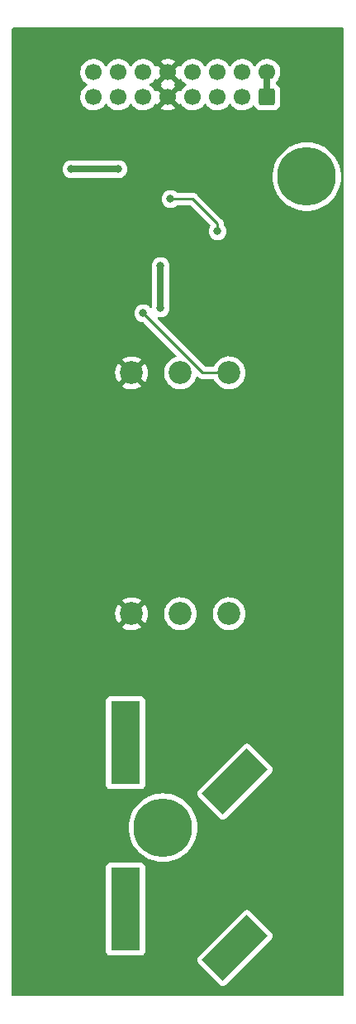
<source format=gbr>
%TF.GenerationSoftware,KiCad,Pcbnew,(6.0.0-0)*%
%TF.CreationDate,2022-11-09T20:37:38-05:00*%
%TF.ProjectId,VCO,56434f2e-6b69-4636-9164-5f7063625858,rev?*%
%TF.SameCoordinates,Original*%
%TF.FileFunction,Copper,L1,Top*%
%TF.FilePolarity,Positive*%
%FSLAX46Y46*%
G04 Gerber Fmt 4.6, Leading zero omitted, Abs format (unit mm)*
G04 Created by KiCad (PCBNEW (6.0.0-0)) date 2022-11-09 20:37:38*
%MOMM*%
%LPD*%
G01*
G04 APERTURE LIST*
G04 Aperture macros list*
%AMRoundRect*
0 Rectangle with rounded corners*
0 $1 Rounding radius*
0 $2 $3 $4 $5 $6 $7 $8 $9 X,Y pos of 4 corners*
0 Add a 4 corners polygon primitive as box body*
4,1,4,$2,$3,$4,$5,$6,$7,$8,$9,$2,$3,0*
0 Add four circle primitives for the rounded corners*
1,1,$1+$1,$2,$3*
1,1,$1+$1,$4,$5*
1,1,$1+$1,$6,$7*
1,1,$1+$1,$8,$9*
0 Add four rect primitives between the rounded corners*
20,1,$1+$1,$2,$3,$4,$5,0*
20,1,$1+$1,$4,$5,$6,$7,0*
20,1,$1+$1,$6,$7,$8,$9,0*
20,1,$1+$1,$8,$9,$2,$3,0*%
%AMRotRect*
0 Rectangle, with rotation*
0 The origin of the aperture is its center*
0 $1 length*
0 $2 width*
0 $3 Rotation angle, in degrees counterclockwise*
0 Add horizontal line*
21,1,$1,$2,0,0,$3*%
G04 Aperture macros list end*
%TA.AperFunction,ComponentPad*%
%ADD10C,2.340000*%
%TD*%
%TA.AperFunction,ComponentPad*%
%ADD11C,0.800000*%
%TD*%
%TA.AperFunction,ComponentPad*%
%ADD12C,6.000000*%
%TD*%
%TA.AperFunction,ComponentPad*%
%ADD13R,3.000000X8.500000*%
%TD*%
%TA.AperFunction,ComponentPad*%
%ADD14RotRect,3.000000X6.500000X315.000000*%
%TD*%
%TA.AperFunction,ComponentPad*%
%ADD15RoundRect,0.250000X0.600000X-0.600000X0.600000X0.600000X-0.600000X0.600000X-0.600000X-0.600000X0*%
%TD*%
%TA.AperFunction,ComponentPad*%
%ADD16C,1.700000*%
%TD*%
%TA.AperFunction,ViaPad*%
%ADD17C,0.800000*%
%TD*%
%TA.AperFunction,Conductor*%
%ADD18C,0.700000*%
%TD*%
%TA.AperFunction,Conductor*%
%ADD19C,0.250000*%
%TD*%
G04 APERTURE END LIST*
D10*
%TO.P,RV1,1,1*%
%TO.N,GND*%
X54276000Y-68574000D03*
%TO.P,RV1,2,2*%
%TO.N,Net-(R2-Pad1)*%
X49276000Y-68574000D03*
%TO.P,RV1,3,3*%
%TO.N,+12V*%
X44276000Y-68574000D03*
%TD*%
D11*
%TO.P,REF\u002A\u002A,1*%
%TO.N,N/C*%
X64480000Y-48514000D03*
X63820990Y-46923010D03*
X62230000Y-46264000D03*
X63820990Y-50104990D03*
X62230000Y-50764000D03*
X59980000Y-48514000D03*
D12*
X62230000Y-48514000D03*
D11*
X60639010Y-46923010D03*
X60639010Y-50104990D03*
%TD*%
D10*
%TO.P,RV2,1,1*%
%TO.N,GND*%
X54276000Y-93212000D03*
%TO.P,RV2,2,2*%
%TO.N,Net-(R3-Pad1)*%
X49276000Y-93212000D03*
%TO.P,RV2,3,3*%
%TO.N,+12V*%
X44276000Y-93212000D03*
%TD*%
D13*
%TO.P,J2,*%
%TO.N,*%
X43651000Y-123415000D03*
D14*
%TO.P,J2,1,Pin_1*%
%TO.N,SQUARE*%
X54861000Y-127397000D03*
%TD*%
D11*
%TO.P,REF\u002A\u002A,1*%
%TO.N,N/C*%
X45907010Y-116688990D03*
X49748000Y-115098000D03*
X47498000Y-112848000D03*
X45248000Y-115098000D03*
X47498000Y-117348000D03*
X49088990Y-116688990D03*
X49088990Y-113507010D03*
X45907010Y-113507010D03*
D12*
X47498000Y-115098000D03*
%TD*%
D13*
%TO.P,J3,*%
%TO.N,*%
X43651000Y-106397000D03*
D14*
%TO.P,J3,1,Pin_1*%
%TO.N,TRIANGLE*%
X54861000Y-110379000D03*
%TD*%
D15*
%TO.P,J1,1,Pin_1*%
%TO.N,-12V*%
X58166000Y-40376500D03*
D16*
%TO.P,J1,2,Pin_2*%
X58166000Y-37836500D03*
%TO.P,J1,3,Pin_3*%
%TO.N,GND*%
X55626000Y-40376500D03*
%TO.P,J1,4,Pin_4*%
X55626000Y-37836500D03*
%TO.P,J1,5,Pin_5*%
X53086000Y-40376500D03*
%TO.P,J1,6,Pin_6*%
X53086000Y-37836500D03*
%TO.P,J1,7,Pin_7*%
X50546000Y-40376500D03*
%TO.P,J1,8,Pin_8*%
X50546000Y-37836500D03*
%TO.P,J1,9,Pin_9*%
%TO.N,+12V*%
X48006000Y-40376500D03*
%TO.P,J1,10,Pin_10*%
X48006000Y-37836500D03*
%TO.P,J1,11,Pin_11*%
%TO.N,unconnected-(J1-Pad11)*%
X45466000Y-40376500D03*
%TO.P,J1,12,Pin_12*%
%TO.N,unconnected-(J1-Pad12)*%
X45466000Y-37836500D03*
%TO.P,J1,13,Pin_13*%
%TO.N,unconnected-(J1-Pad13)*%
X42926000Y-40376500D03*
%TO.P,J1,14,Pin_14*%
%TO.N,unconnected-(J1-Pad14)*%
X42926000Y-37836500D03*
%TO.P,J1,15,Pin_15*%
%TO.N,unconnected-(J1-Pad15)*%
X40386000Y-40376500D03*
%TO.P,J1,16,Pin_16*%
%TO.N,unconnected-(J1-Pad16)*%
X40386000Y-37836500D03*
%TD*%
D17*
%TO.N,GND*%
X45466000Y-62484000D03*
%TO.N,+12V*%
X46990000Y-50800000D03*
X54356000Y-50800000D03*
%TO.N,Net-(C1-Pad2)*%
X53086000Y-54102000D03*
X48260000Y-50800000D03*
%TO.N,TRIANGLE*%
X38100000Y-47752000D03*
X42926000Y-47752000D03*
%TO.N,Net-(R12-Pad2)*%
X47244000Y-57658000D03*
X47244000Y-61976000D03*
%TD*%
D18*
%TO.N,TRIANGLE*%
X42926000Y-47752000D02*
X38100000Y-47752000D01*
D19*
%TO.N,GND*%
X51556000Y-68574000D02*
X54276000Y-68574000D01*
X45466000Y-62484000D02*
X51556000Y-68574000D01*
%TO.N,Net-(C1-Pad2)*%
X48260000Y-50800000D02*
X50546000Y-50800000D01*
X50546000Y-50800000D02*
X53086000Y-53340000D01*
X53086000Y-53340000D02*
X53086000Y-54102000D01*
D18*
%TO.N,-12V*%
X58166000Y-40376500D02*
X58166000Y-37836500D01*
%TO.N,Net-(R12-Pad2)*%
X47244000Y-61976000D02*
X47244000Y-57658000D01*
%TD*%
%TA.AperFunction,Conductor*%
%TO.N,+12V*%
G36*
X65982121Y-33294002D02*
G01*
X66028614Y-33347658D01*
X66040000Y-33400000D01*
X66040000Y-132208000D01*
X66019998Y-132276121D01*
X65966342Y-132322614D01*
X65914000Y-132334000D01*
X32130000Y-132334000D01*
X32061879Y-132313998D01*
X32015386Y-132260342D01*
X32004000Y-132208000D01*
X32004000Y-128634437D01*
X50988514Y-128634437D01*
X51009163Y-128778623D01*
X51069450Y-128911219D01*
X51074397Y-128917372D01*
X51074399Y-128917375D01*
X51095187Y-128943229D01*
X51108643Y-128959965D01*
X53298035Y-131149357D01*
X53300697Y-131151497D01*
X53340625Y-131183601D01*
X53340628Y-131183603D01*
X53346781Y-131188550D01*
X53479377Y-131248837D01*
X53488260Y-131250109D01*
X53488263Y-131250110D01*
X53614674Y-131268213D01*
X53623563Y-131269486D01*
X53632452Y-131268213D01*
X53758863Y-131250110D01*
X53758866Y-131250109D01*
X53767749Y-131248837D01*
X53900345Y-131188550D01*
X53906498Y-131183603D01*
X53906501Y-131183601D01*
X53946429Y-131151497D01*
X53949091Y-131149357D01*
X58613357Y-126485091D01*
X58626813Y-126468355D01*
X58647601Y-126442501D01*
X58647603Y-126442498D01*
X58652550Y-126436345D01*
X58712837Y-126303749D01*
X58733486Y-126159563D01*
X58712837Y-126015377D01*
X58652550Y-125882781D01*
X58647603Y-125876628D01*
X58647601Y-125876625D01*
X58615497Y-125836697D01*
X58613357Y-125834035D01*
X56423965Y-123644643D01*
X56407229Y-123631187D01*
X56381375Y-123610399D01*
X56381372Y-123610397D01*
X56375219Y-123605450D01*
X56242623Y-123545163D01*
X56233740Y-123543891D01*
X56233737Y-123543890D01*
X56107326Y-123525787D01*
X56098437Y-123524514D01*
X56089548Y-123525787D01*
X55963137Y-123543890D01*
X55963134Y-123543891D01*
X55954251Y-123545163D01*
X55821655Y-123605450D01*
X55815502Y-123610397D01*
X55815499Y-123610399D01*
X55789645Y-123631187D01*
X55772909Y-123644643D01*
X51108643Y-128308909D01*
X51106503Y-128311571D01*
X51074399Y-128351499D01*
X51074397Y-128351502D01*
X51069450Y-128357655D01*
X51009163Y-128490251D01*
X50988514Y-128634437D01*
X32004000Y-128634437D01*
X32004000Y-127713134D01*
X41642500Y-127713134D01*
X41649255Y-127775316D01*
X41700385Y-127911705D01*
X41787739Y-128028261D01*
X41904295Y-128115615D01*
X42040684Y-128166745D01*
X42102866Y-128173500D01*
X45199134Y-128173500D01*
X45261316Y-128166745D01*
X45397705Y-128115615D01*
X45514261Y-128028261D01*
X45601615Y-127911705D01*
X45652745Y-127775316D01*
X45659500Y-127713134D01*
X45659500Y-119116866D01*
X45652745Y-119054684D01*
X45601615Y-118918295D01*
X45514261Y-118801739D01*
X45397705Y-118714385D01*
X45261316Y-118663255D01*
X45199134Y-118656500D01*
X42102866Y-118656500D01*
X42040684Y-118663255D01*
X41904295Y-118714385D01*
X41787739Y-118801739D01*
X41700385Y-118918295D01*
X41649255Y-119054684D01*
X41642500Y-119116866D01*
X41642500Y-127713134D01*
X32004000Y-127713134D01*
X32004000Y-115098000D01*
X43984685Y-115098000D01*
X44003931Y-115465241D01*
X44061459Y-115828459D01*
X44156639Y-116183674D01*
X44288427Y-116526994D01*
X44455380Y-116854657D01*
X44655668Y-117163075D01*
X44887098Y-117448867D01*
X45147133Y-117708902D01*
X45432925Y-117940332D01*
X45741342Y-118140620D01*
X45744276Y-118142115D01*
X45744283Y-118142119D01*
X46066066Y-118306075D01*
X46069006Y-118307573D01*
X46412326Y-118439361D01*
X46767541Y-118534541D01*
X46960558Y-118565112D01*
X47127511Y-118591555D01*
X47127519Y-118591556D01*
X47130759Y-118592069D01*
X47498000Y-118611315D01*
X47865241Y-118592069D01*
X47868481Y-118591556D01*
X47868489Y-118591555D01*
X48035442Y-118565112D01*
X48228459Y-118534541D01*
X48583674Y-118439361D01*
X48926994Y-118307573D01*
X48929934Y-118306075D01*
X49251717Y-118142119D01*
X49251724Y-118142115D01*
X49254658Y-118140620D01*
X49563075Y-117940332D01*
X49848867Y-117708902D01*
X50108902Y-117448867D01*
X50340332Y-117163075D01*
X50540620Y-116854657D01*
X50707573Y-116526994D01*
X50839361Y-116183674D01*
X50934541Y-115828459D01*
X50992069Y-115465241D01*
X51011315Y-115098000D01*
X50992069Y-114730759D01*
X50934541Y-114367541D01*
X50839361Y-114012326D01*
X50707573Y-113669006D01*
X50540620Y-113341343D01*
X50340332Y-113032925D01*
X50108902Y-112747133D01*
X49848867Y-112487098D01*
X49563075Y-112255668D01*
X49254658Y-112055380D01*
X49251724Y-112053885D01*
X49251717Y-112053881D01*
X48929934Y-111889925D01*
X48926994Y-111888427D01*
X48583674Y-111756639D01*
X48228459Y-111661459D01*
X48000324Y-111625326D01*
X47944202Y-111616437D01*
X50988514Y-111616437D01*
X51009163Y-111760623D01*
X51069450Y-111893219D01*
X51074397Y-111899372D01*
X51074399Y-111899375D01*
X51095187Y-111925229D01*
X51108643Y-111941965D01*
X53298035Y-114131357D01*
X53300697Y-114133497D01*
X53340625Y-114165601D01*
X53340628Y-114165603D01*
X53346781Y-114170550D01*
X53479377Y-114230837D01*
X53488260Y-114232109D01*
X53488263Y-114232110D01*
X53614674Y-114250213D01*
X53623563Y-114251486D01*
X53632452Y-114250213D01*
X53758863Y-114232110D01*
X53758866Y-114232109D01*
X53767749Y-114230837D01*
X53900345Y-114170550D01*
X53906498Y-114165603D01*
X53906501Y-114165601D01*
X53946429Y-114133497D01*
X53949091Y-114131357D01*
X58613357Y-109467091D01*
X58626813Y-109450355D01*
X58647601Y-109424501D01*
X58647603Y-109424498D01*
X58652550Y-109418345D01*
X58712837Y-109285749D01*
X58733486Y-109141563D01*
X58712837Y-108997377D01*
X58652550Y-108864781D01*
X58647603Y-108858628D01*
X58647601Y-108858625D01*
X58615497Y-108818697D01*
X58613357Y-108816035D01*
X56423965Y-106626643D01*
X56407229Y-106613187D01*
X56381375Y-106592399D01*
X56381372Y-106592397D01*
X56375219Y-106587450D01*
X56242623Y-106527163D01*
X56233740Y-106525891D01*
X56233737Y-106525890D01*
X56107326Y-106507787D01*
X56098437Y-106506514D01*
X56089548Y-106507787D01*
X55963137Y-106525890D01*
X55963134Y-106525891D01*
X55954251Y-106527163D01*
X55821655Y-106587450D01*
X55815502Y-106592397D01*
X55815499Y-106592399D01*
X55789645Y-106613187D01*
X55772909Y-106626643D01*
X51108643Y-111290909D01*
X51106503Y-111293571D01*
X51074399Y-111333499D01*
X51074397Y-111333502D01*
X51069450Y-111339655D01*
X51009163Y-111472251D01*
X50988514Y-111616437D01*
X47944202Y-111616437D01*
X47868489Y-111604445D01*
X47868481Y-111604444D01*
X47865241Y-111603931D01*
X47498000Y-111584685D01*
X47130759Y-111603931D01*
X47127519Y-111604444D01*
X47127511Y-111604445D01*
X46995676Y-111625326D01*
X46767541Y-111661459D01*
X46412326Y-111756639D01*
X46069006Y-111888427D01*
X46066066Y-111889925D01*
X45744284Y-112053881D01*
X45744277Y-112053885D01*
X45741343Y-112055380D01*
X45432925Y-112255668D01*
X45147133Y-112487098D01*
X44887098Y-112747133D01*
X44655668Y-113032925D01*
X44455380Y-113341343D01*
X44288427Y-113669006D01*
X44156639Y-114012326D01*
X44061459Y-114367541D01*
X44003931Y-114730759D01*
X43984685Y-115098000D01*
X32004000Y-115098000D01*
X32004000Y-110695134D01*
X41642500Y-110695134D01*
X41649255Y-110757316D01*
X41700385Y-110893705D01*
X41787739Y-111010261D01*
X41904295Y-111097615D01*
X42040684Y-111148745D01*
X42102866Y-111155500D01*
X45199134Y-111155500D01*
X45261316Y-111148745D01*
X45397705Y-111097615D01*
X45514261Y-111010261D01*
X45601615Y-110893705D01*
X45652745Y-110757316D01*
X45659500Y-110695134D01*
X45659500Y-102098866D01*
X45652745Y-102036684D01*
X45601615Y-101900295D01*
X45514261Y-101783739D01*
X45397705Y-101696385D01*
X45261316Y-101645255D01*
X45199134Y-101638500D01*
X42102866Y-101638500D01*
X42040684Y-101645255D01*
X41904295Y-101696385D01*
X41787739Y-101783739D01*
X41700385Y-101900295D01*
X41649255Y-102036684D01*
X41642500Y-102098866D01*
X41642500Y-110695134D01*
X32004000Y-110695134D01*
X32004000Y-94563895D01*
X43288851Y-94563895D01*
X43297563Y-94575415D01*
X43380529Y-94636249D01*
X43388444Y-94641194D01*
X43600873Y-94752959D01*
X43609447Y-94756687D01*
X43836067Y-94835826D01*
X43845077Y-94838240D01*
X44080923Y-94883017D01*
X44090180Y-94884071D01*
X44330058Y-94893497D01*
X44339372Y-94893171D01*
X44577996Y-94867038D01*
X44587173Y-94865337D01*
X44819312Y-94804220D01*
X44828132Y-94801183D01*
X45048693Y-94706423D01*
X45056965Y-94702116D01*
X45260026Y-94576458D01*
X45266751Y-94566253D01*
X45260688Y-94555899D01*
X44288810Y-93584020D01*
X44274869Y-93576408D01*
X44273034Y-93576539D01*
X44266420Y-93580790D01*
X43295509Y-94551702D01*
X43288851Y-94563895D01*
X32004000Y-94563895D01*
X32004000Y-93172624D01*
X42594096Y-93172624D01*
X42605614Y-93412398D01*
X42606751Y-93421658D01*
X42653581Y-93657095D01*
X42656075Y-93666088D01*
X42737189Y-93892009D01*
X42740989Y-93900544D01*
X42854607Y-94111996D01*
X42859618Y-94119863D01*
X42912609Y-94190826D01*
X42923867Y-94199275D01*
X42936286Y-94192503D01*
X43903980Y-93224810D01*
X43910357Y-93213131D01*
X44640408Y-93213131D01*
X44640539Y-93214966D01*
X44644790Y-93221580D01*
X45618024Y-94194813D01*
X45630404Y-94201573D01*
X45638745Y-94195330D01*
X45752265Y-94018843D01*
X45756708Y-94010659D01*
X45855304Y-93791783D01*
X45858494Y-93783018D01*
X45923654Y-93551981D01*
X45925514Y-93542839D01*
X45956001Y-93303196D01*
X45956482Y-93296909D01*
X45958622Y-93215160D01*
X45958471Y-93208851D01*
X45955431Y-93167939D01*
X47593370Y-93167939D01*
X47593594Y-93172606D01*
X47593594Y-93172611D01*
X47599354Y-93292535D01*
X47605339Y-93417131D01*
X47654010Y-93661818D01*
X47738314Y-93896622D01*
X47856398Y-94116386D01*
X48005668Y-94316283D01*
X48182844Y-94491921D01*
X48186606Y-94494679D01*
X48186609Y-94494682D01*
X48298139Y-94576458D01*
X48384036Y-94639440D01*
X48388171Y-94641616D01*
X48388175Y-94641618D01*
X48503163Y-94702116D01*
X48604823Y-94755602D01*
X48735347Y-94801183D01*
X48834550Y-94835826D01*
X48840354Y-94837853D01*
X48844947Y-94838725D01*
X49080867Y-94883516D01*
X49080870Y-94883516D01*
X49085456Y-94884387D01*
X49210099Y-94889284D01*
X49330075Y-94893999D01*
X49330081Y-94893999D01*
X49334743Y-94894182D01*
X49424181Y-94884387D01*
X49578087Y-94867532D01*
X49578092Y-94867531D01*
X49582740Y-94867022D01*
X49589140Y-94865337D01*
X49819476Y-94804694D01*
X49819478Y-94804693D01*
X49823999Y-94803503D01*
X49829399Y-94801183D01*
X50048924Y-94706868D01*
X50048926Y-94706867D01*
X50053218Y-94705023D01*
X50155679Y-94641618D01*
X50261391Y-94576202D01*
X50261395Y-94576199D01*
X50265364Y-94573743D01*
X50455775Y-94412548D01*
X50537316Y-94319569D01*
X50617187Y-94228494D01*
X50617191Y-94228489D01*
X50620269Y-94224979D01*
X50636803Y-94199275D01*
X50752703Y-94019087D01*
X50755231Y-94015157D01*
X50857697Y-93787691D01*
X50859015Y-93783018D01*
X50924146Y-93552082D01*
X50924147Y-93552079D01*
X50925416Y-93547578D01*
X50956900Y-93300092D01*
X50956984Y-93296909D01*
X50958243Y-93248828D01*
X50959207Y-93212000D01*
X50955933Y-93167939D01*
X52593370Y-93167939D01*
X52593594Y-93172606D01*
X52593594Y-93172611D01*
X52599354Y-93292535D01*
X52605339Y-93417131D01*
X52654010Y-93661818D01*
X52738314Y-93896622D01*
X52856398Y-94116386D01*
X53005668Y-94316283D01*
X53182844Y-94491921D01*
X53186606Y-94494679D01*
X53186609Y-94494682D01*
X53298139Y-94576458D01*
X53384036Y-94639440D01*
X53388171Y-94641616D01*
X53388175Y-94641618D01*
X53503163Y-94702116D01*
X53604823Y-94755602D01*
X53735347Y-94801183D01*
X53834550Y-94835826D01*
X53840354Y-94837853D01*
X53844947Y-94838725D01*
X54080867Y-94883516D01*
X54080870Y-94883516D01*
X54085456Y-94884387D01*
X54210099Y-94889284D01*
X54330075Y-94893999D01*
X54330081Y-94893999D01*
X54334743Y-94894182D01*
X54424181Y-94884387D01*
X54578087Y-94867532D01*
X54578092Y-94867531D01*
X54582740Y-94867022D01*
X54589140Y-94865337D01*
X54819476Y-94804694D01*
X54819478Y-94804693D01*
X54823999Y-94803503D01*
X54829399Y-94801183D01*
X55048924Y-94706868D01*
X55048926Y-94706867D01*
X55053218Y-94705023D01*
X55155679Y-94641618D01*
X55261391Y-94576202D01*
X55261395Y-94576199D01*
X55265364Y-94573743D01*
X55455775Y-94412548D01*
X55537316Y-94319569D01*
X55617187Y-94228494D01*
X55617191Y-94228489D01*
X55620269Y-94224979D01*
X55636803Y-94199275D01*
X55752703Y-94019087D01*
X55755231Y-94015157D01*
X55857697Y-93787691D01*
X55859015Y-93783018D01*
X55924146Y-93552082D01*
X55924147Y-93552079D01*
X55925416Y-93547578D01*
X55956900Y-93300092D01*
X55956984Y-93296909D01*
X55958243Y-93248828D01*
X55959207Y-93212000D01*
X55940718Y-92963206D01*
X55885659Y-92719878D01*
X55871164Y-92682605D01*
X55796931Y-92491714D01*
X55796930Y-92491712D01*
X55795238Y-92487361D01*
X55770494Y-92444067D01*
X55749285Y-92406959D01*
X55671442Y-92270763D01*
X55516990Y-92074842D01*
X55335276Y-91903902D01*
X55134751Y-91764793D01*
X55134130Y-91764362D01*
X55134125Y-91764359D01*
X55130292Y-91761700D01*
X55126110Y-91759637D01*
X55126102Y-91759633D01*
X54910728Y-91653423D01*
X54910725Y-91653422D01*
X54906540Y-91651358D01*
X54668937Y-91575300D01*
X54664330Y-91574550D01*
X54664327Y-91574549D01*
X54427312Y-91535949D01*
X54427313Y-91535949D01*
X54422701Y-91535198D01*
X54301753Y-91533615D01*
X54177920Y-91531994D01*
X54177917Y-91531994D01*
X54173243Y-91531933D01*
X53926042Y-91565575D01*
X53921556Y-91566883D01*
X53921554Y-91566883D01*
X53893576Y-91575038D01*
X53686528Y-91635387D01*
X53682275Y-91637347D01*
X53682274Y-91637348D01*
X53654971Y-91649935D01*
X53459965Y-91739834D01*
X53456056Y-91742397D01*
X53255242Y-91874056D01*
X53255237Y-91874060D01*
X53251329Y-91876622D01*
X53065202Y-92042746D01*
X52905675Y-92234557D01*
X52776252Y-92447840D01*
X52774443Y-92452154D01*
X52774442Y-92452156D01*
X52761290Y-92483521D01*
X52679775Y-92677911D01*
X52678624Y-92682443D01*
X52678623Y-92682446D01*
X52670185Y-92715671D01*
X52618365Y-92919714D01*
X52593370Y-93167939D01*
X50955933Y-93167939D01*
X50940718Y-92963206D01*
X50885659Y-92719878D01*
X50871164Y-92682605D01*
X50796931Y-92491714D01*
X50796930Y-92491712D01*
X50795238Y-92487361D01*
X50770494Y-92444067D01*
X50749285Y-92406959D01*
X50671442Y-92270763D01*
X50516990Y-92074842D01*
X50335276Y-91903902D01*
X50134751Y-91764793D01*
X50134130Y-91764362D01*
X50134125Y-91764359D01*
X50130292Y-91761700D01*
X50126110Y-91759637D01*
X50126102Y-91759633D01*
X49910728Y-91653423D01*
X49910725Y-91653422D01*
X49906540Y-91651358D01*
X49668937Y-91575300D01*
X49664330Y-91574550D01*
X49664327Y-91574549D01*
X49427312Y-91535949D01*
X49427313Y-91535949D01*
X49422701Y-91535198D01*
X49301753Y-91533615D01*
X49177920Y-91531994D01*
X49177917Y-91531994D01*
X49173243Y-91531933D01*
X48926042Y-91565575D01*
X48921556Y-91566883D01*
X48921554Y-91566883D01*
X48893576Y-91575038D01*
X48686528Y-91635387D01*
X48682275Y-91637347D01*
X48682274Y-91637348D01*
X48654971Y-91649935D01*
X48459965Y-91739834D01*
X48456056Y-91742397D01*
X48255242Y-91874056D01*
X48255237Y-91874060D01*
X48251329Y-91876622D01*
X48065202Y-92042746D01*
X47905675Y-92234557D01*
X47776252Y-92447840D01*
X47774443Y-92452154D01*
X47774442Y-92452156D01*
X47761290Y-92483521D01*
X47679775Y-92677911D01*
X47678624Y-92682443D01*
X47678623Y-92682446D01*
X47670185Y-92715671D01*
X47618365Y-92919714D01*
X47593370Y-93167939D01*
X45955431Y-93167939D01*
X45940568Y-92967932D01*
X45939191Y-92958726D01*
X45886210Y-92724582D01*
X45883486Y-92715671D01*
X45796478Y-92491930D01*
X45792467Y-92483521D01*
X45673347Y-92275105D01*
X45668130Y-92267370D01*
X45640425Y-92232227D01*
X45628501Y-92223758D01*
X45616965Y-92230246D01*
X44648020Y-93199190D01*
X44640408Y-93213131D01*
X43910357Y-93213131D01*
X43911592Y-93210869D01*
X43911461Y-93209034D01*
X43907210Y-93202420D01*
X42934131Y-92229342D01*
X42920823Y-92222075D01*
X42910786Y-92229195D01*
X42909076Y-92231251D01*
X42903655Y-92238851D01*
X42779127Y-92444067D01*
X42774889Y-92452384D01*
X42682060Y-92673755D01*
X42679099Y-92682605D01*
X42620011Y-92915264D01*
X42618390Y-92924458D01*
X42594341Y-93163297D01*
X42594096Y-93172624D01*
X32004000Y-93172624D01*
X32004000Y-91858585D01*
X43286999Y-91858585D01*
X43291572Y-91868361D01*
X44263190Y-92839980D01*
X44277131Y-92847592D01*
X44278966Y-92847461D01*
X44285580Y-92843210D01*
X45256929Y-91871860D01*
X45263313Y-91860169D01*
X45253903Y-91848061D01*
X45133873Y-91764793D01*
X45125846Y-91760065D01*
X44910540Y-91653888D01*
X44901907Y-91650400D01*
X44673265Y-91577211D01*
X44664214Y-91575038D01*
X44427269Y-91536449D01*
X44417980Y-91535637D01*
X44177950Y-91532495D01*
X44168638Y-91533065D01*
X43930776Y-91565436D01*
X43921658Y-91567374D01*
X43691203Y-91634546D01*
X43682450Y-91637818D01*
X43464454Y-91738316D01*
X43456299Y-91742836D01*
X43296136Y-91847844D01*
X43286999Y-91858585D01*
X32004000Y-91858585D01*
X32004000Y-69925895D01*
X43288851Y-69925895D01*
X43297563Y-69937415D01*
X43380529Y-69998249D01*
X43388444Y-70003194D01*
X43600873Y-70114959D01*
X43609447Y-70118687D01*
X43836067Y-70197826D01*
X43845077Y-70200240D01*
X44080923Y-70245017D01*
X44090180Y-70246071D01*
X44330058Y-70255497D01*
X44339372Y-70255171D01*
X44577996Y-70229038D01*
X44587173Y-70227337D01*
X44819312Y-70166220D01*
X44828132Y-70163183D01*
X45048693Y-70068423D01*
X45056965Y-70064116D01*
X45260026Y-69938458D01*
X45266751Y-69928253D01*
X45260688Y-69917899D01*
X44288810Y-68946020D01*
X44274869Y-68938408D01*
X44273034Y-68938539D01*
X44266420Y-68942790D01*
X43295509Y-69913702D01*
X43288851Y-69925895D01*
X32004000Y-69925895D01*
X32004000Y-68534624D01*
X42594096Y-68534624D01*
X42605614Y-68774398D01*
X42606751Y-68783658D01*
X42653581Y-69019095D01*
X42656075Y-69028088D01*
X42737189Y-69254009D01*
X42740989Y-69262544D01*
X42854607Y-69473996D01*
X42859618Y-69481863D01*
X42912609Y-69552826D01*
X42923867Y-69561275D01*
X42936286Y-69554503D01*
X43903980Y-68586810D01*
X43910357Y-68575131D01*
X44640408Y-68575131D01*
X44640539Y-68576966D01*
X44644790Y-68583580D01*
X45618024Y-69556813D01*
X45630404Y-69563573D01*
X45638745Y-69557330D01*
X45752265Y-69380843D01*
X45756708Y-69372659D01*
X45855304Y-69153783D01*
X45858494Y-69145018D01*
X45923654Y-68913981D01*
X45925514Y-68904839D01*
X45956001Y-68665196D01*
X45956482Y-68658909D01*
X45958622Y-68577160D01*
X45958471Y-68570851D01*
X45940568Y-68329932D01*
X45939191Y-68320726D01*
X45886210Y-68086582D01*
X45883486Y-68077671D01*
X45796478Y-67853930D01*
X45792467Y-67845521D01*
X45673347Y-67637105D01*
X45668130Y-67629370D01*
X45640425Y-67594227D01*
X45628501Y-67585758D01*
X45616965Y-67592246D01*
X44648020Y-68561190D01*
X44640408Y-68575131D01*
X43910357Y-68575131D01*
X43911592Y-68572869D01*
X43911461Y-68571034D01*
X43907210Y-68564420D01*
X42934131Y-67591342D01*
X42920823Y-67584075D01*
X42910786Y-67591195D01*
X42909076Y-67593251D01*
X42903655Y-67600851D01*
X42779127Y-67806067D01*
X42774889Y-67814384D01*
X42682060Y-68035755D01*
X42679099Y-68044605D01*
X42620011Y-68277264D01*
X42618390Y-68286458D01*
X42594341Y-68525297D01*
X42594096Y-68534624D01*
X32004000Y-68534624D01*
X32004000Y-67220585D01*
X43286999Y-67220585D01*
X43291572Y-67230361D01*
X44263190Y-68201980D01*
X44277131Y-68209592D01*
X44278966Y-68209461D01*
X44285580Y-68205210D01*
X45256929Y-67233860D01*
X45263313Y-67222169D01*
X45253903Y-67210061D01*
X45133873Y-67126793D01*
X45125846Y-67122065D01*
X44910540Y-67015888D01*
X44901907Y-67012400D01*
X44673265Y-66939211D01*
X44664214Y-66937038D01*
X44427269Y-66898449D01*
X44417980Y-66897637D01*
X44177950Y-66894495D01*
X44168638Y-66895065D01*
X43930776Y-66927436D01*
X43921658Y-66929374D01*
X43691203Y-66996546D01*
X43682450Y-66999818D01*
X43464454Y-67100316D01*
X43456299Y-67104836D01*
X43296136Y-67209844D01*
X43286999Y-67220585D01*
X32004000Y-67220585D01*
X32004000Y-62484000D01*
X44552496Y-62484000D01*
X44553186Y-62490565D01*
X44570863Y-62658749D01*
X44572458Y-62673928D01*
X44631473Y-62855556D01*
X44726960Y-63020944D01*
X44854747Y-63162866D01*
X45009248Y-63275118D01*
X45015276Y-63277802D01*
X45015278Y-63277803D01*
X45177681Y-63350109D01*
X45183712Y-63352794D01*
X45277112Y-63372647D01*
X45364056Y-63391128D01*
X45364061Y-63391128D01*
X45370513Y-63392500D01*
X45426406Y-63392500D01*
X45494527Y-63412502D01*
X45515501Y-63429405D01*
X48843392Y-66757296D01*
X48877418Y-66819608D01*
X48872353Y-66890423D01*
X48829806Y-66947259D01*
X48789556Y-66967357D01*
X48686528Y-66997387D01*
X48682275Y-66999347D01*
X48682274Y-66999348D01*
X48654971Y-67011935D01*
X48459965Y-67101834D01*
X48456056Y-67104397D01*
X48255242Y-67236056D01*
X48255237Y-67236060D01*
X48251329Y-67238622D01*
X48065202Y-67404746D01*
X47905675Y-67596557D01*
X47776252Y-67809840D01*
X47774443Y-67814154D01*
X47774442Y-67814156D01*
X47721462Y-67940500D01*
X47679775Y-68039911D01*
X47678624Y-68044443D01*
X47678623Y-68044446D01*
X47670185Y-68077671D01*
X47618365Y-68281714D01*
X47593370Y-68529939D01*
X47593594Y-68534606D01*
X47593594Y-68534611D01*
X47599355Y-68654535D01*
X47605339Y-68779131D01*
X47654010Y-69023818D01*
X47738314Y-69258622D01*
X47856398Y-69478386D01*
X48005668Y-69678283D01*
X48182844Y-69853921D01*
X48186606Y-69856679D01*
X48186609Y-69856682D01*
X48298139Y-69938458D01*
X48384036Y-70001440D01*
X48388171Y-70003616D01*
X48388175Y-70003618D01*
X48503163Y-70064116D01*
X48604823Y-70117602D01*
X48735347Y-70163183D01*
X48834550Y-70197826D01*
X48840354Y-70199853D01*
X48844947Y-70200725D01*
X49080867Y-70245516D01*
X49080870Y-70245516D01*
X49085456Y-70246387D01*
X49210099Y-70251284D01*
X49330075Y-70255999D01*
X49330081Y-70255999D01*
X49334743Y-70256182D01*
X49424181Y-70246387D01*
X49578087Y-70229532D01*
X49578092Y-70229531D01*
X49582740Y-70229022D01*
X49589140Y-70227337D01*
X49819476Y-70166694D01*
X49819478Y-70166693D01*
X49823999Y-70165503D01*
X49829399Y-70163183D01*
X50048924Y-70068868D01*
X50048926Y-70068867D01*
X50053218Y-70067023D01*
X50155679Y-70003618D01*
X50261391Y-69938202D01*
X50261395Y-69938199D01*
X50265364Y-69935743D01*
X50455775Y-69774548D01*
X50537316Y-69681569D01*
X50617187Y-69590494D01*
X50617191Y-69590489D01*
X50620269Y-69586979D01*
X50636803Y-69561275D01*
X50752703Y-69381087D01*
X50755231Y-69377157D01*
X50857697Y-69149691D01*
X50864165Y-69126759D01*
X50882198Y-69062818D01*
X50919940Y-69002684D01*
X50984201Y-68972502D01*
X51054579Y-68981853D01*
X51089718Y-69005169D01*
X51104548Y-69019095D01*
X51113667Y-69027658D01*
X51116509Y-69030413D01*
X51136231Y-69050135D01*
X51139355Y-69052558D01*
X51139359Y-69052562D01*
X51139424Y-69052612D01*
X51148445Y-69060317D01*
X51180679Y-69090586D01*
X51187627Y-69094405D01*
X51187629Y-69094407D01*
X51198432Y-69100346D01*
X51214959Y-69111202D01*
X51224698Y-69118757D01*
X51224700Y-69118758D01*
X51230960Y-69123614D01*
X51271540Y-69141174D01*
X51282188Y-69146391D01*
X51320940Y-69167695D01*
X51328616Y-69169666D01*
X51328619Y-69169667D01*
X51340562Y-69172733D01*
X51359267Y-69179137D01*
X51377855Y-69187181D01*
X51385678Y-69188420D01*
X51385688Y-69188423D01*
X51421524Y-69194099D01*
X51433144Y-69196505D01*
X51468289Y-69205528D01*
X51475970Y-69207500D01*
X51496224Y-69207500D01*
X51515934Y-69209051D01*
X51535943Y-69212220D01*
X51543835Y-69211474D01*
X51579961Y-69208059D01*
X51591819Y-69207500D01*
X52635511Y-69207500D01*
X52703632Y-69227502D01*
X52746502Y-69273861D01*
X52856398Y-69478386D01*
X53005668Y-69678283D01*
X53182844Y-69853921D01*
X53186606Y-69856679D01*
X53186609Y-69856682D01*
X53298139Y-69938458D01*
X53384036Y-70001440D01*
X53388171Y-70003616D01*
X53388175Y-70003618D01*
X53503163Y-70064116D01*
X53604823Y-70117602D01*
X53735347Y-70163183D01*
X53834550Y-70197826D01*
X53840354Y-70199853D01*
X53844947Y-70200725D01*
X54080867Y-70245516D01*
X54080870Y-70245516D01*
X54085456Y-70246387D01*
X54210099Y-70251284D01*
X54330075Y-70255999D01*
X54330081Y-70255999D01*
X54334743Y-70256182D01*
X54424181Y-70246387D01*
X54578087Y-70229532D01*
X54578092Y-70229531D01*
X54582740Y-70229022D01*
X54589140Y-70227337D01*
X54819476Y-70166694D01*
X54819478Y-70166693D01*
X54823999Y-70165503D01*
X54829399Y-70163183D01*
X55048924Y-70068868D01*
X55048926Y-70068867D01*
X55053218Y-70067023D01*
X55155679Y-70003618D01*
X55261391Y-69938202D01*
X55261395Y-69938199D01*
X55265364Y-69935743D01*
X55455775Y-69774548D01*
X55537316Y-69681569D01*
X55617187Y-69590494D01*
X55617191Y-69590489D01*
X55620269Y-69586979D01*
X55636803Y-69561275D01*
X55752703Y-69381087D01*
X55755231Y-69377157D01*
X55857697Y-69149691D01*
X55864165Y-69126759D01*
X55924146Y-68914082D01*
X55924147Y-68914079D01*
X55925416Y-68909578D01*
X55956900Y-68662092D01*
X55956984Y-68658909D01*
X55958243Y-68610828D01*
X55959207Y-68574000D01*
X55940718Y-68325206D01*
X55885659Y-68081878D01*
X55871164Y-68044605D01*
X55796931Y-67853714D01*
X55796930Y-67853712D01*
X55795238Y-67849361D01*
X55770494Y-67806067D01*
X55749285Y-67768959D01*
X55671442Y-67632763D01*
X55516990Y-67436842D01*
X55335276Y-67265902D01*
X55134751Y-67126793D01*
X55134130Y-67126362D01*
X55134125Y-67126359D01*
X55130292Y-67123700D01*
X55126110Y-67121637D01*
X55126102Y-67121633D01*
X54910728Y-67015423D01*
X54910725Y-67015422D01*
X54906540Y-67013358D01*
X54668937Y-66937300D01*
X54664330Y-66936550D01*
X54664327Y-66936549D01*
X54427312Y-66897949D01*
X54427313Y-66897949D01*
X54422701Y-66897198D01*
X54301753Y-66895615D01*
X54177920Y-66893994D01*
X54177917Y-66893994D01*
X54173243Y-66893933D01*
X53926042Y-66927575D01*
X53921556Y-66928883D01*
X53921554Y-66928883D01*
X53893576Y-66937038D01*
X53686528Y-66997387D01*
X53682275Y-66999347D01*
X53682274Y-66999348D01*
X53654971Y-67011935D01*
X53459965Y-67101834D01*
X53456056Y-67104397D01*
X53255242Y-67236056D01*
X53255237Y-67236060D01*
X53251329Y-67238622D01*
X53065202Y-67404746D01*
X52905675Y-67596557D01*
X52881070Y-67637105D01*
X52778680Y-67805839D01*
X52776252Y-67809840D01*
X52774443Y-67814154D01*
X52753866Y-67863225D01*
X52709078Y-67918311D01*
X52637669Y-67940500D01*
X51870594Y-67940500D01*
X51802473Y-67920498D01*
X51781499Y-67903595D01*
X46958963Y-63081058D01*
X46924937Y-63018746D01*
X46930002Y-62947931D01*
X46972549Y-62891095D01*
X47039069Y-62866284D01*
X47074255Y-62868716D01*
X47142056Y-62883128D01*
X47142061Y-62883128D01*
X47148513Y-62884500D01*
X47339487Y-62884500D01*
X47345939Y-62883128D01*
X47345944Y-62883128D01*
X47432887Y-62864647D01*
X47526288Y-62844794D01*
X47532319Y-62842109D01*
X47694722Y-62769803D01*
X47694724Y-62769802D01*
X47700752Y-62767118D01*
X47855253Y-62654866D01*
X47983040Y-62512944D01*
X48078527Y-62347556D01*
X48137542Y-62165928D01*
X48157504Y-61976000D01*
X48149483Y-61899685D01*
X48138233Y-61792642D01*
X48138232Y-61792638D01*
X48137542Y-61786072D01*
X48108667Y-61697205D01*
X48102500Y-61658268D01*
X48102500Y-57975732D01*
X48108667Y-57936795D01*
X48137542Y-57847928D01*
X48157504Y-57658000D01*
X48137542Y-57468072D01*
X48078527Y-57286444D01*
X47983040Y-57121056D01*
X47855253Y-56979134D01*
X47700752Y-56866882D01*
X47694724Y-56864198D01*
X47694722Y-56864197D01*
X47532319Y-56791891D01*
X47532318Y-56791891D01*
X47526288Y-56789206D01*
X47432887Y-56769353D01*
X47345944Y-56750872D01*
X47345939Y-56750872D01*
X47339487Y-56749500D01*
X47148513Y-56749500D01*
X47142061Y-56750872D01*
X47142056Y-56750872D01*
X47055113Y-56769353D01*
X46961712Y-56789206D01*
X46955682Y-56791891D01*
X46955681Y-56791891D01*
X46793278Y-56864197D01*
X46793276Y-56864198D01*
X46787248Y-56866882D01*
X46632747Y-56979134D01*
X46504960Y-57121056D01*
X46409473Y-57286444D01*
X46350458Y-57468072D01*
X46330496Y-57658000D01*
X46350458Y-57847928D01*
X46379333Y-57936795D01*
X46385500Y-57975732D01*
X46385500Y-61658268D01*
X46379333Y-61697205D01*
X46350458Y-61786072D01*
X46349768Y-61792638D01*
X46349767Y-61792642D01*
X46349688Y-61793398D01*
X46349520Y-61793806D01*
X46348395Y-61799099D01*
X46347427Y-61798893D01*
X46322676Y-61859055D01*
X46264455Y-61899685D01*
X46193510Y-61902389D01*
X46130742Y-61864540D01*
X46077253Y-61805134D01*
X45922752Y-61692882D01*
X45916724Y-61690198D01*
X45916722Y-61690197D01*
X45754319Y-61617891D01*
X45754318Y-61617891D01*
X45748288Y-61615206D01*
X45654887Y-61595353D01*
X45567944Y-61576872D01*
X45567939Y-61576872D01*
X45561487Y-61575500D01*
X45370513Y-61575500D01*
X45364061Y-61576872D01*
X45364056Y-61576872D01*
X45277113Y-61595353D01*
X45183712Y-61615206D01*
X45177682Y-61617891D01*
X45177681Y-61617891D01*
X45015278Y-61690197D01*
X45015276Y-61690198D01*
X45009248Y-61692882D01*
X44854747Y-61805134D01*
X44726960Y-61947056D01*
X44631473Y-62112444D01*
X44572458Y-62294072D01*
X44552496Y-62484000D01*
X32004000Y-62484000D01*
X32004000Y-50800000D01*
X47346496Y-50800000D01*
X47366458Y-50989928D01*
X47425473Y-51171556D01*
X47520960Y-51336944D01*
X47525378Y-51341851D01*
X47525379Y-51341852D01*
X47607899Y-51433500D01*
X47648747Y-51478866D01*
X47803248Y-51591118D01*
X47809276Y-51593802D01*
X47809278Y-51593803D01*
X47971681Y-51666109D01*
X47977712Y-51668794D01*
X48071113Y-51688647D01*
X48158056Y-51707128D01*
X48158061Y-51707128D01*
X48164513Y-51708500D01*
X48355487Y-51708500D01*
X48361939Y-51707128D01*
X48361944Y-51707128D01*
X48448888Y-51688647D01*
X48542288Y-51668794D01*
X48548319Y-51666109D01*
X48710722Y-51593803D01*
X48710724Y-51593802D01*
X48716752Y-51591118D01*
X48871253Y-51478866D01*
X48875668Y-51473963D01*
X48880580Y-51469540D01*
X48881705Y-51470789D01*
X48935014Y-51437949D01*
X48968200Y-51433500D01*
X50231406Y-51433500D01*
X50299527Y-51453502D01*
X50320501Y-51470405D01*
X52303555Y-53453459D01*
X52337581Y-53515771D01*
X52332516Y-53586586D01*
X52323582Y-53605549D01*
X52251473Y-53730444D01*
X52192458Y-53912072D01*
X52172496Y-54102000D01*
X52192458Y-54291928D01*
X52251473Y-54473556D01*
X52346960Y-54638944D01*
X52474747Y-54780866D01*
X52629248Y-54893118D01*
X52635276Y-54895802D01*
X52635278Y-54895803D01*
X52797681Y-54968109D01*
X52803712Y-54970794D01*
X52897113Y-54990647D01*
X52984056Y-55009128D01*
X52984061Y-55009128D01*
X52990513Y-55010500D01*
X53181487Y-55010500D01*
X53187939Y-55009128D01*
X53187944Y-55009128D01*
X53274887Y-54990647D01*
X53368288Y-54970794D01*
X53374319Y-54968109D01*
X53536722Y-54895803D01*
X53536724Y-54895802D01*
X53542752Y-54893118D01*
X53697253Y-54780866D01*
X53825040Y-54638944D01*
X53920527Y-54473556D01*
X53979542Y-54291928D01*
X53999504Y-54102000D01*
X53979542Y-53912072D01*
X53920527Y-53730444D01*
X53825040Y-53565056D01*
X53753514Y-53485618D01*
X53722796Y-53421611D01*
X53722068Y-53400079D01*
X53721701Y-53400091D01*
X53719562Y-53332033D01*
X53719500Y-53328075D01*
X53719500Y-53300144D01*
X53718994Y-53296138D01*
X53718061Y-53284292D01*
X53716922Y-53248037D01*
X53716673Y-53240110D01*
X53711022Y-53220658D01*
X53707014Y-53201306D01*
X53705468Y-53189068D01*
X53705467Y-53189066D01*
X53704474Y-53181203D01*
X53688194Y-53140086D01*
X53684359Y-53128885D01*
X53672018Y-53086406D01*
X53667985Y-53079587D01*
X53667983Y-53079582D01*
X53661707Y-53068971D01*
X53653010Y-53051221D01*
X53645552Y-53032383D01*
X53619571Y-52996623D01*
X53613053Y-52986701D01*
X53594578Y-52955460D01*
X53594574Y-52955455D01*
X53590542Y-52948637D01*
X53576218Y-52934313D01*
X53563376Y-52919278D01*
X53551472Y-52902893D01*
X53517406Y-52874711D01*
X53508627Y-52866722D01*
X51049652Y-50407747D01*
X51042112Y-50399461D01*
X51038000Y-50392982D01*
X50988348Y-50346356D01*
X50985507Y-50343602D01*
X50965770Y-50323865D01*
X50962573Y-50321385D01*
X50953551Y-50313680D01*
X50927100Y-50288841D01*
X50921321Y-50283414D01*
X50914375Y-50279595D01*
X50914372Y-50279593D01*
X50903566Y-50273652D01*
X50887047Y-50262801D01*
X50881048Y-50258148D01*
X50871041Y-50250386D01*
X50863772Y-50247241D01*
X50863768Y-50247238D01*
X50830463Y-50232826D01*
X50819813Y-50227609D01*
X50781060Y-50206305D01*
X50761437Y-50201267D01*
X50742734Y-50194863D01*
X50731420Y-50189967D01*
X50731419Y-50189967D01*
X50724145Y-50186819D01*
X50716322Y-50185580D01*
X50716312Y-50185577D01*
X50680476Y-50179901D01*
X50668856Y-50177495D01*
X50633711Y-50168472D01*
X50633710Y-50168472D01*
X50626030Y-50166500D01*
X50605776Y-50166500D01*
X50586065Y-50164949D01*
X50573886Y-50163020D01*
X50566057Y-50161780D01*
X50558165Y-50162526D01*
X50522039Y-50165941D01*
X50510181Y-50166500D01*
X48968200Y-50166500D01*
X48900079Y-50146498D01*
X48880853Y-50130157D01*
X48880580Y-50130460D01*
X48875668Y-50126037D01*
X48871253Y-50121134D01*
X48716752Y-50008882D01*
X48710724Y-50006198D01*
X48710722Y-50006197D01*
X48548319Y-49933891D01*
X48548318Y-49933891D01*
X48542288Y-49931206D01*
X48448888Y-49911353D01*
X48361944Y-49892872D01*
X48361939Y-49892872D01*
X48355487Y-49891500D01*
X48164513Y-49891500D01*
X48158061Y-49892872D01*
X48158056Y-49892872D01*
X48071112Y-49911353D01*
X47977712Y-49931206D01*
X47971682Y-49933891D01*
X47971681Y-49933891D01*
X47809278Y-50006197D01*
X47809276Y-50006198D01*
X47803248Y-50008882D01*
X47648747Y-50121134D01*
X47644326Y-50126044D01*
X47644325Y-50126045D01*
X47535203Y-50247238D01*
X47520960Y-50263056D01*
X47425473Y-50428444D01*
X47366458Y-50610072D01*
X47346496Y-50800000D01*
X32004000Y-50800000D01*
X32004000Y-47752000D01*
X37186496Y-47752000D01*
X37206458Y-47941928D01*
X37265473Y-48123556D01*
X37360960Y-48288944D01*
X37488747Y-48430866D01*
X37643248Y-48543118D01*
X37649276Y-48545802D01*
X37649278Y-48545803D01*
X37811681Y-48618109D01*
X37817712Y-48620794D01*
X37911112Y-48640647D01*
X37998056Y-48659128D01*
X37998061Y-48659128D01*
X38004513Y-48660500D01*
X38195487Y-48660500D01*
X38201939Y-48659128D01*
X38201944Y-48659128D01*
X38375831Y-48622167D01*
X38375836Y-48622166D01*
X38382288Y-48620794D01*
X38388319Y-48618109D01*
X38392756Y-48616667D01*
X38431693Y-48610500D01*
X42594307Y-48610500D01*
X42633244Y-48616667D01*
X42637681Y-48618109D01*
X42643712Y-48620794D01*
X42650164Y-48622166D01*
X42650169Y-48622167D01*
X42824056Y-48659128D01*
X42824061Y-48659128D01*
X42830513Y-48660500D01*
X43021487Y-48660500D01*
X43027939Y-48659128D01*
X43027944Y-48659128D01*
X43114888Y-48640647D01*
X43208288Y-48620794D01*
X43214319Y-48618109D01*
X43376722Y-48545803D01*
X43376724Y-48545802D01*
X43382752Y-48543118D01*
X43422829Y-48514000D01*
X58716685Y-48514000D01*
X58735931Y-48881241D01*
X58793459Y-49244459D01*
X58888639Y-49599674D01*
X59020427Y-49942994D01*
X59021925Y-49945934D01*
X59179526Y-50255242D01*
X59187380Y-50270657D01*
X59189176Y-50273423D01*
X59189178Y-50273426D01*
X59223754Y-50326669D01*
X59387668Y-50579075D01*
X59619098Y-50864867D01*
X59879133Y-51124902D01*
X60164925Y-51356332D01*
X60167700Y-51358134D01*
X60283754Y-51433500D01*
X60473342Y-51556620D01*
X60476276Y-51558115D01*
X60476283Y-51558119D01*
X60798066Y-51722075D01*
X60801006Y-51723573D01*
X61144326Y-51855361D01*
X61499541Y-51950541D01*
X61692558Y-51981112D01*
X61859511Y-52007555D01*
X61859519Y-52007556D01*
X61862759Y-52008069D01*
X62230000Y-52027315D01*
X62597241Y-52008069D01*
X62600481Y-52007556D01*
X62600489Y-52007555D01*
X62767442Y-51981112D01*
X62960459Y-51950541D01*
X63315674Y-51855361D01*
X63658994Y-51723573D01*
X63661934Y-51722075D01*
X63983717Y-51558119D01*
X63983724Y-51558115D01*
X63986658Y-51556620D01*
X64176247Y-51433500D01*
X64292300Y-51358134D01*
X64295075Y-51356332D01*
X64580867Y-51124902D01*
X64840902Y-50864867D01*
X65072332Y-50579075D01*
X65236246Y-50326669D01*
X65270822Y-50273426D01*
X65270824Y-50273423D01*
X65272620Y-50270657D01*
X65280475Y-50255242D01*
X65438075Y-49945934D01*
X65439573Y-49942994D01*
X65571361Y-49599674D01*
X65666541Y-49244459D01*
X65724069Y-48881241D01*
X65743315Y-48514000D01*
X65724069Y-48146759D01*
X65721301Y-48129279D01*
X65691627Y-47941928D01*
X65666541Y-47783541D01*
X65571361Y-47428326D01*
X65555394Y-47386729D01*
X65440757Y-47088091D01*
X65439573Y-47085006D01*
X65376329Y-46960882D01*
X65274119Y-46760284D01*
X65274115Y-46760277D01*
X65272620Y-46757343D01*
X65072332Y-46448925D01*
X64840902Y-46163133D01*
X64580867Y-45903098D01*
X64295075Y-45671668D01*
X63986658Y-45471380D01*
X63983724Y-45469885D01*
X63983717Y-45469881D01*
X63661934Y-45305925D01*
X63658994Y-45304427D01*
X63315674Y-45172639D01*
X62960459Y-45077459D01*
X62767442Y-45046888D01*
X62600489Y-45020445D01*
X62600481Y-45020444D01*
X62597241Y-45019931D01*
X62230000Y-45000685D01*
X61862759Y-45019931D01*
X61859519Y-45020444D01*
X61859511Y-45020445D01*
X61692558Y-45046888D01*
X61499541Y-45077459D01*
X61144326Y-45172639D01*
X60801006Y-45304427D01*
X60798066Y-45305925D01*
X60476284Y-45469881D01*
X60476277Y-45469885D01*
X60473343Y-45471380D01*
X60164925Y-45671668D01*
X59879133Y-45903098D01*
X59619098Y-46163133D01*
X59387668Y-46448925D01*
X59187380Y-46757343D01*
X59185885Y-46760277D01*
X59185881Y-46760284D01*
X59083671Y-46960882D01*
X59020427Y-47085006D01*
X59019243Y-47088091D01*
X58904607Y-47386729D01*
X58888639Y-47428326D01*
X58793459Y-47783541D01*
X58768373Y-47941928D01*
X58738700Y-48129279D01*
X58735931Y-48146759D01*
X58716685Y-48514000D01*
X43422829Y-48514000D01*
X43537253Y-48430866D01*
X43665040Y-48288944D01*
X43760527Y-48123556D01*
X43819542Y-47941928D01*
X43839504Y-47752000D01*
X43819542Y-47562072D01*
X43760527Y-47380444D01*
X43665040Y-47215056D01*
X43545296Y-47082066D01*
X43541675Y-47078045D01*
X43541674Y-47078044D01*
X43537253Y-47073134D01*
X43382752Y-46960882D01*
X43376724Y-46958198D01*
X43376722Y-46958197D01*
X43214319Y-46885891D01*
X43214318Y-46885891D01*
X43208288Y-46883206D01*
X43114887Y-46863353D01*
X43027944Y-46844872D01*
X43027939Y-46844872D01*
X43021487Y-46843500D01*
X42830513Y-46843500D01*
X42824061Y-46844872D01*
X42824056Y-46844872D01*
X42650169Y-46881833D01*
X42650164Y-46881834D01*
X42643712Y-46883206D01*
X42637681Y-46885891D01*
X42633244Y-46887333D01*
X42594307Y-46893500D01*
X38431693Y-46893500D01*
X38392756Y-46887333D01*
X38388319Y-46885891D01*
X38382288Y-46883206D01*
X38375836Y-46881834D01*
X38375831Y-46881833D01*
X38201944Y-46844872D01*
X38201939Y-46844872D01*
X38195487Y-46843500D01*
X38004513Y-46843500D01*
X37998061Y-46844872D01*
X37998056Y-46844872D01*
X37911113Y-46863353D01*
X37817712Y-46883206D01*
X37811682Y-46885891D01*
X37811681Y-46885891D01*
X37649278Y-46958197D01*
X37649276Y-46958198D01*
X37643248Y-46960882D01*
X37488747Y-47073134D01*
X37484326Y-47078044D01*
X37484325Y-47078045D01*
X37480705Y-47082066D01*
X37360960Y-47215056D01*
X37265473Y-47380444D01*
X37206458Y-47562072D01*
X37186496Y-47752000D01*
X32004000Y-47752000D01*
X32004000Y-40343195D01*
X39023251Y-40343195D01*
X39023548Y-40348348D01*
X39023548Y-40348351D01*
X39025910Y-40389312D01*
X39036110Y-40566215D01*
X39037247Y-40571261D01*
X39037248Y-40571267D01*
X39058275Y-40664569D01*
X39085222Y-40784139D01*
X39169266Y-40991116D01*
X39220942Y-41075444D01*
X39283291Y-41177188D01*
X39285987Y-41181588D01*
X39432250Y-41350438D01*
X39604126Y-41493132D01*
X39797000Y-41605838D01*
X40005692Y-41685530D01*
X40010760Y-41686561D01*
X40010763Y-41686562D01*
X40115604Y-41707892D01*
X40224597Y-41730067D01*
X40229772Y-41730257D01*
X40229774Y-41730257D01*
X40442673Y-41738064D01*
X40442677Y-41738064D01*
X40447837Y-41738253D01*
X40452957Y-41737597D01*
X40452959Y-41737597D01*
X40664288Y-41710525D01*
X40664289Y-41710525D01*
X40669416Y-41709868D01*
X40674366Y-41708383D01*
X40878429Y-41647161D01*
X40878434Y-41647159D01*
X40883384Y-41645674D01*
X41083994Y-41547396D01*
X41265860Y-41417673D01*
X41424096Y-41259989D01*
X41483594Y-41177189D01*
X41554453Y-41078577D01*
X41555776Y-41079528D01*
X41602645Y-41036357D01*
X41672580Y-41024125D01*
X41738026Y-41051644D01*
X41765875Y-41083494D01*
X41825987Y-41181588D01*
X41972250Y-41350438D01*
X42144126Y-41493132D01*
X42337000Y-41605838D01*
X42545692Y-41685530D01*
X42550760Y-41686561D01*
X42550763Y-41686562D01*
X42655604Y-41707892D01*
X42764597Y-41730067D01*
X42769772Y-41730257D01*
X42769774Y-41730257D01*
X42982673Y-41738064D01*
X42982677Y-41738064D01*
X42987837Y-41738253D01*
X42992957Y-41737597D01*
X42992959Y-41737597D01*
X43204288Y-41710525D01*
X43204289Y-41710525D01*
X43209416Y-41709868D01*
X43214366Y-41708383D01*
X43418429Y-41647161D01*
X43418434Y-41647159D01*
X43423384Y-41645674D01*
X43623994Y-41547396D01*
X43805860Y-41417673D01*
X43964096Y-41259989D01*
X44023594Y-41177189D01*
X44094453Y-41078577D01*
X44095776Y-41079528D01*
X44142645Y-41036357D01*
X44212580Y-41024125D01*
X44278026Y-41051644D01*
X44305875Y-41083494D01*
X44365987Y-41181588D01*
X44512250Y-41350438D01*
X44684126Y-41493132D01*
X44877000Y-41605838D01*
X45085692Y-41685530D01*
X45090760Y-41686561D01*
X45090763Y-41686562D01*
X45195604Y-41707892D01*
X45304597Y-41730067D01*
X45309772Y-41730257D01*
X45309774Y-41730257D01*
X45522673Y-41738064D01*
X45522677Y-41738064D01*
X45527837Y-41738253D01*
X45532957Y-41737597D01*
X45532959Y-41737597D01*
X45744288Y-41710525D01*
X45744289Y-41710525D01*
X45749416Y-41709868D01*
X45754366Y-41708383D01*
X45958429Y-41647161D01*
X45958434Y-41647159D01*
X45963384Y-41645674D01*
X46163994Y-41547396D01*
X46228544Y-41501353D01*
X47245977Y-41501353D01*
X47251258Y-41508407D01*
X47412756Y-41602779D01*
X47422042Y-41607229D01*
X47621001Y-41683203D01*
X47630899Y-41686079D01*
X47839595Y-41728538D01*
X47849823Y-41729757D01*
X48062650Y-41737562D01*
X48072936Y-41737095D01*
X48284185Y-41710034D01*
X48294262Y-41707892D01*
X48498255Y-41646691D01*
X48507842Y-41642933D01*
X48699098Y-41549238D01*
X48707944Y-41543965D01*
X48755247Y-41510223D01*
X48763648Y-41499523D01*
X48756660Y-41486370D01*
X48018812Y-40748522D01*
X48004868Y-40740908D01*
X48003035Y-40741039D01*
X47996420Y-40745290D01*
X47252737Y-41488973D01*
X47245977Y-41501353D01*
X46228544Y-41501353D01*
X46345860Y-41417673D01*
X46504096Y-41259989D01*
X46563594Y-41177189D01*
X46634453Y-41078577D01*
X46635640Y-41079430D01*
X46682960Y-41035862D01*
X46752897Y-41023645D01*
X46818338Y-41051178D01*
X46846166Y-41083012D01*
X46872459Y-41125919D01*
X46882916Y-41135380D01*
X46891694Y-41131596D01*
X47633978Y-40389312D01*
X47640356Y-40377632D01*
X48370408Y-40377632D01*
X48370539Y-40379465D01*
X48374790Y-40386080D01*
X49116474Y-41127764D01*
X49128484Y-41134323D01*
X49140223Y-41125355D01*
X49174022Y-41078319D01*
X49175277Y-41079221D01*
X49222391Y-41035855D01*
X49292330Y-41023648D01*
X49357767Y-41051191D01*
X49385580Y-41083013D01*
X49443287Y-41177183D01*
X49443291Y-41177188D01*
X49445987Y-41181588D01*
X49592250Y-41350438D01*
X49764126Y-41493132D01*
X49957000Y-41605838D01*
X50165692Y-41685530D01*
X50170760Y-41686561D01*
X50170763Y-41686562D01*
X50275604Y-41707892D01*
X50384597Y-41730067D01*
X50389772Y-41730257D01*
X50389774Y-41730257D01*
X50602673Y-41738064D01*
X50602677Y-41738064D01*
X50607837Y-41738253D01*
X50612957Y-41737597D01*
X50612959Y-41737597D01*
X50824288Y-41710525D01*
X50824289Y-41710525D01*
X50829416Y-41709868D01*
X50834366Y-41708383D01*
X51038429Y-41647161D01*
X51038434Y-41647159D01*
X51043384Y-41645674D01*
X51243994Y-41547396D01*
X51425860Y-41417673D01*
X51584096Y-41259989D01*
X51643594Y-41177189D01*
X51714453Y-41078577D01*
X51715776Y-41079528D01*
X51762645Y-41036357D01*
X51832580Y-41024125D01*
X51898026Y-41051644D01*
X51925875Y-41083494D01*
X51985987Y-41181588D01*
X52132250Y-41350438D01*
X52304126Y-41493132D01*
X52497000Y-41605838D01*
X52705692Y-41685530D01*
X52710760Y-41686561D01*
X52710763Y-41686562D01*
X52815604Y-41707892D01*
X52924597Y-41730067D01*
X52929772Y-41730257D01*
X52929774Y-41730257D01*
X53142673Y-41738064D01*
X53142677Y-41738064D01*
X53147837Y-41738253D01*
X53152957Y-41737597D01*
X53152959Y-41737597D01*
X53364288Y-41710525D01*
X53364289Y-41710525D01*
X53369416Y-41709868D01*
X53374366Y-41708383D01*
X53578429Y-41647161D01*
X53578434Y-41647159D01*
X53583384Y-41645674D01*
X53783994Y-41547396D01*
X53965860Y-41417673D01*
X54124096Y-41259989D01*
X54183594Y-41177189D01*
X54254453Y-41078577D01*
X54255776Y-41079528D01*
X54302645Y-41036357D01*
X54372580Y-41024125D01*
X54438026Y-41051644D01*
X54465875Y-41083494D01*
X54525987Y-41181588D01*
X54672250Y-41350438D01*
X54844126Y-41493132D01*
X55037000Y-41605838D01*
X55245692Y-41685530D01*
X55250760Y-41686561D01*
X55250763Y-41686562D01*
X55355604Y-41707892D01*
X55464597Y-41730067D01*
X55469772Y-41730257D01*
X55469774Y-41730257D01*
X55682673Y-41738064D01*
X55682677Y-41738064D01*
X55687837Y-41738253D01*
X55692957Y-41737597D01*
X55692959Y-41737597D01*
X55904288Y-41710525D01*
X55904289Y-41710525D01*
X55909416Y-41709868D01*
X55914366Y-41708383D01*
X56118429Y-41647161D01*
X56118434Y-41647159D01*
X56123384Y-41645674D01*
X56323994Y-41547396D01*
X56505860Y-41417673D01*
X56664096Y-41259989D01*
X56664671Y-41260566D01*
X56720391Y-41224062D01*
X56791385Y-41223439D01*
X56851446Y-41261296D01*
X56871051Y-41291191D01*
X56872133Y-41293500D01*
X56874450Y-41300446D01*
X56967522Y-41450848D01*
X57092697Y-41575805D01*
X57098927Y-41579645D01*
X57098928Y-41579646D01*
X57236090Y-41664194D01*
X57243262Y-41668615D01*
X57295915Y-41686079D01*
X57404611Y-41722132D01*
X57404613Y-41722132D01*
X57411139Y-41724297D01*
X57417975Y-41724997D01*
X57417978Y-41724998D01*
X57452531Y-41728538D01*
X57515600Y-41735000D01*
X58816400Y-41735000D01*
X58819646Y-41734663D01*
X58819650Y-41734663D01*
X58915308Y-41724738D01*
X58915312Y-41724737D01*
X58922166Y-41724026D01*
X58928702Y-41721845D01*
X58928704Y-41721845D01*
X59060806Y-41677772D01*
X59089946Y-41668050D01*
X59240348Y-41574978D01*
X59365305Y-41449803D01*
X59387357Y-41414029D01*
X59454275Y-41305468D01*
X59454276Y-41305466D01*
X59458115Y-41299238D01*
X59513797Y-41131361D01*
X59524500Y-41026900D01*
X59524500Y-39726100D01*
X59524163Y-39722850D01*
X59514238Y-39627192D01*
X59514237Y-39627188D01*
X59513526Y-39620334D01*
X59479598Y-39518638D01*
X59459868Y-39459502D01*
X59457550Y-39452554D01*
X59364478Y-39302152D01*
X59239303Y-39177195D01*
X59224166Y-39167864D01*
X59088738Y-39084385D01*
X59089774Y-39082705D01*
X59043969Y-39042379D01*
X59024500Y-38975095D01*
X59024500Y-38951279D01*
X59044502Y-38883158D01*
X59061560Y-38862028D01*
X59200435Y-38723637D01*
X59204096Y-38719989D01*
X59263594Y-38637189D01*
X59331435Y-38542777D01*
X59334453Y-38538577D01*
X59347995Y-38511178D01*
X59431136Y-38342953D01*
X59431137Y-38342951D01*
X59433430Y-38338311D01*
X59498370Y-38124569D01*
X59527529Y-37903090D01*
X59529156Y-37836500D01*
X59510852Y-37613861D01*
X59456431Y-37397202D01*
X59367354Y-37192340D01*
X59246014Y-37004777D01*
X59095670Y-36839551D01*
X59091619Y-36836352D01*
X59091615Y-36836348D01*
X58924414Y-36704300D01*
X58924410Y-36704298D01*
X58920359Y-36701098D01*
X58724789Y-36593138D01*
X58719920Y-36591414D01*
X58719916Y-36591412D01*
X58519087Y-36520295D01*
X58519083Y-36520294D01*
X58514212Y-36518569D01*
X58509119Y-36517662D01*
X58509116Y-36517661D01*
X58299373Y-36480300D01*
X58299367Y-36480299D01*
X58294284Y-36479394D01*
X58220452Y-36478492D01*
X58076081Y-36476728D01*
X58076079Y-36476728D01*
X58070911Y-36476665D01*
X57850091Y-36510455D01*
X57637756Y-36579857D01*
X57439607Y-36683007D01*
X57435474Y-36686110D01*
X57435471Y-36686112D01*
X57265100Y-36814030D01*
X57260965Y-36817135D01*
X57106629Y-36978638D01*
X56999201Y-37136121D01*
X56944293Y-37181121D01*
X56873768Y-37189292D01*
X56810021Y-37158038D01*
X56789324Y-37133554D01*
X56708822Y-37009117D01*
X56708820Y-37009114D01*
X56706014Y-37004777D01*
X56555670Y-36839551D01*
X56551619Y-36836352D01*
X56551615Y-36836348D01*
X56384414Y-36704300D01*
X56384410Y-36704298D01*
X56380359Y-36701098D01*
X56184789Y-36593138D01*
X56179920Y-36591414D01*
X56179916Y-36591412D01*
X55979087Y-36520295D01*
X55979083Y-36520294D01*
X55974212Y-36518569D01*
X55969119Y-36517662D01*
X55969116Y-36517661D01*
X55759373Y-36480300D01*
X55759367Y-36480299D01*
X55754284Y-36479394D01*
X55680452Y-36478492D01*
X55536081Y-36476728D01*
X55536079Y-36476728D01*
X55530911Y-36476665D01*
X55310091Y-36510455D01*
X55097756Y-36579857D01*
X54899607Y-36683007D01*
X54895474Y-36686110D01*
X54895471Y-36686112D01*
X54725100Y-36814030D01*
X54720965Y-36817135D01*
X54566629Y-36978638D01*
X54459201Y-37136121D01*
X54404293Y-37181121D01*
X54333768Y-37189292D01*
X54270021Y-37158038D01*
X54249324Y-37133554D01*
X54168822Y-37009117D01*
X54168820Y-37009114D01*
X54166014Y-37004777D01*
X54015670Y-36839551D01*
X54011619Y-36836352D01*
X54011615Y-36836348D01*
X53844414Y-36704300D01*
X53844410Y-36704298D01*
X53840359Y-36701098D01*
X53644789Y-36593138D01*
X53639920Y-36591414D01*
X53639916Y-36591412D01*
X53439087Y-36520295D01*
X53439083Y-36520294D01*
X53434212Y-36518569D01*
X53429119Y-36517662D01*
X53429116Y-36517661D01*
X53219373Y-36480300D01*
X53219367Y-36480299D01*
X53214284Y-36479394D01*
X53140452Y-36478492D01*
X52996081Y-36476728D01*
X52996079Y-36476728D01*
X52990911Y-36476665D01*
X52770091Y-36510455D01*
X52557756Y-36579857D01*
X52359607Y-36683007D01*
X52355474Y-36686110D01*
X52355471Y-36686112D01*
X52185100Y-36814030D01*
X52180965Y-36817135D01*
X52026629Y-36978638D01*
X51919201Y-37136121D01*
X51864293Y-37181121D01*
X51793768Y-37189292D01*
X51730021Y-37158038D01*
X51709324Y-37133554D01*
X51628822Y-37009117D01*
X51628820Y-37009114D01*
X51626014Y-37004777D01*
X51475670Y-36839551D01*
X51471619Y-36836352D01*
X51471615Y-36836348D01*
X51304414Y-36704300D01*
X51304410Y-36704298D01*
X51300359Y-36701098D01*
X51104789Y-36593138D01*
X51099920Y-36591414D01*
X51099916Y-36591412D01*
X50899087Y-36520295D01*
X50899083Y-36520294D01*
X50894212Y-36518569D01*
X50889119Y-36517662D01*
X50889116Y-36517661D01*
X50679373Y-36480300D01*
X50679367Y-36480299D01*
X50674284Y-36479394D01*
X50600452Y-36478492D01*
X50456081Y-36476728D01*
X50456079Y-36476728D01*
X50450911Y-36476665D01*
X50230091Y-36510455D01*
X50017756Y-36579857D01*
X49819607Y-36683007D01*
X49815474Y-36686110D01*
X49815471Y-36686112D01*
X49645100Y-36814030D01*
X49640965Y-36817135D01*
X49486629Y-36978638D01*
X49379204Y-37136118D01*
X49378898Y-37136566D01*
X49323987Y-37181569D01*
X49253462Y-37189740D01*
X49189715Y-37158486D01*
X49169017Y-37134001D01*
X49139062Y-37087697D01*
X49128377Y-37078495D01*
X49118812Y-37082898D01*
X48378022Y-37823688D01*
X48370408Y-37837632D01*
X48370539Y-37839465D01*
X48374790Y-37846080D01*
X49116474Y-38587764D01*
X49128484Y-38594323D01*
X49140223Y-38585355D01*
X49174022Y-38538319D01*
X49175277Y-38539221D01*
X49222391Y-38495855D01*
X49292330Y-38483648D01*
X49357767Y-38511191D01*
X49385580Y-38543013D01*
X49443287Y-38637183D01*
X49443291Y-38637188D01*
X49445987Y-38641588D01*
X49592250Y-38810438D01*
X49764126Y-38953132D01*
X49801742Y-38975113D01*
X49837445Y-38995976D01*
X49886169Y-39047614D01*
X49899240Y-39117397D01*
X49872509Y-39183169D01*
X49832055Y-39216527D01*
X49819607Y-39223007D01*
X49815474Y-39226110D01*
X49815471Y-39226112D01*
X49645100Y-39354030D01*
X49640965Y-39357135D01*
X49486629Y-39518638D01*
X49379204Y-39676118D01*
X49378898Y-39676566D01*
X49323987Y-39721569D01*
X49253462Y-39729740D01*
X49189715Y-39698486D01*
X49169017Y-39674001D01*
X49139062Y-39627697D01*
X49128377Y-39618495D01*
X49118812Y-39622898D01*
X48378022Y-40363688D01*
X48370408Y-40377632D01*
X47640356Y-40377632D01*
X47641592Y-40375368D01*
X47641461Y-40373535D01*
X47637210Y-40366920D01*
X46895849Y-39625559D01*
X46884313Y-39619259D01*
X46872031Y-39628882D01*
X46839499Y-39676572D01*
X46784587Y-39721575D01*
X46714063Y-39729746D01*
X46650316Y-39698492D01*
X46629618Y-39674008D01*
X46548822Y-39549117D01*
X46548820Y-39549114D01*
X46546014Y-39544777D01*
X46395670Y-39379551D01*
X46391619Y-39376352D01*
X46391615Y-39376348D01*
X46224414Y-39244300D01*
X46224410Y-39244298D01*
X46220359Y-39241098D01*
X46179053Y-39218296D01*
X46129084Y-39167864D01*
X46114312Y-39098421D01*
X46139428Y-39032016D01*
X46166780Y-39005409D01*
X46228544Y-38961353D01*
X47245977Y-38961353D01*
X47251258Y-38968407D01*
X47298479Y-38996001D01*
X47347203Y-39047639D01*
X47360274Y-39117422D01*
X47333543Y-39183194D01*
X47293087Y-39216553D01*
X47284466Y-39221041D01*
X47275734Y-39226539D01*
X47255677Y-39241599D01*
X47247223Y-39252927D01*
X47253968Y-39265258D01*
X47993188Y-40004478D01*
X48007132Y-40012092D01*
X48008965Y-40011961D01*
X48015580Y-40007710D01*
X48759389Y-39263901D01*
X48766410Y-39251044D01*
X48759611Y-39241713D01*
X48755559Y-39239021D01*
X48718116Y-39218352D01*
X48668145Y-39167920D01*
X48653373Y-39098477D01*
X48678489Y-39032072D01*
X48705840Y-39005465D01*
X48755247Y-38970223D01*
X48763648Y-38959523D01*
X48756660Y-38946370D01*
X48018812Y-38208522D01*
X48004868Y-38200908D01*
X48003035Y-38201039D01*
X47996420Y-38205290D01*
X47252737Y-38948973D01*
X47245977Y-38961353D01*
X46228544Y-38961353D01*
X46231110Y-38959523D01*
X46345860Y-38877673D01*
X46504096Y-38719989D01*
X46563594Y-38637189D01*
X46634453Y-38538577D01*
X46635640Y-38539430D01*
X46682960Y-38495862D01*
X46752897Y-38483645D01*
X46818338Y-38511178D01*
X46846166Y-38543012D01*
X46872459Y-38585919D01*
X46882916Y-38595380D01*
X46891694Y-38591596D01*
X47633978Y-37849312D01*
X47641592Y-37835368D01*
X47641461Y-37833535D01*
X47637210Y-37826920D01*
X46895849Y-37085559D01*
X46884313Y-37079259D01*
X46872031Y-37088882D01*
X46839499Y-37136572D01*
X46784587Y-37181575D01*
X46714063Y-37189746D01*
X46650316Y-37158492D01*
X46629618Y-37134008D01*
X46548822Y-37009117D01*
X46548820Y-37009114D01*
X46546014Y-37004777D01*
X46395670Y-36839551D01*
X46391619Y-36836352D01*
X46391615Y-36836348D01*
X46235338Y-36712927D01*
X47247223Y-36712927D01*
X47253968Y-36725258D01*
X47993188Y-37464478D01*
X48007132Y-37472092D01*
X48008965Y-37471961D01*
X48015580Y-37467710D01*
X48759389Y-36723901D01*
X48766410Y-36711044D01*
X48759611Y-36701713D01*
X48755554Y-36699018D01*
X48569117Y-36596099D01*
X48559705Y-36591869D01*
X48358959Y-36520780D01*
X48348989Y-36518146D01*
X48139327Y-36480801D01*
X48129073Y-36479831D01*
X47916116Y-36477228D01*
X47905832Y-36477948D01*
X47695321Y-36510161D01*
X47685293Y-36512550D01*
X47482868Y-36578712D01*
X47473359Y-36582709D01*
X47284466Y-36681040D01*
X47275734Y-36686539D01*
X47255677Y-36701599D01*
X47247223Y-36712927D01*
X46235338Y-36712927D01*
X46224414Y-36704300D01*
X46224410Y-36704298D01*
X46220359Y-36701098D01*
X46024789Y-36593138D01*
X46019920Y-36591414D01*
X46019916Y-36591412D01*
X45819087Y-36520295D01*
X45819083Y-36520294D01*
X45814212Y-36518569D01*
X45809119Y-36517662D01*
X45809116Y-36517661D01*
X45599373Y-36480300D01*
X45599367Y-36480299D01*
X45594284Y-36479394D01*
X45520452Y-36478492D01*
X45376081Y-36476728D01*
X45376079Y-36476728D01*
X45370911Y-36476665D01*
X45150091Y-36510455D01*
X44937756Y-36579857D01*
X44739607Y-36683007D01*
X44735474Y-36686110D01*
X44735471Y-36686112D01*
X44565100Y-36814030D01*
X44560965Y-36817135D01*
X44406629Y-36978638D01*
X44299201Y-37136121D01*
X44244293Y-37181121D01*
X44173768Y-37189292D01*
X44110021Y-37158038D01*
X44089324Y-37133554D01*
X44008822Y-37009117D01*
X44008820Y-37009114D01*
X44006014Y-37004777D01*
X43855670Y-36839551D01*
X43851619Y-36836352D01*
X43851615Y-36836348D01*
X43684414Y-36704300D01*
X43684410Y-36704298D01*
X43680359Y-36701098D01*
X43484789Y-36593138D01*
X43479920Y-36591414D01*
X43479916Y-36591412D01*
X43279087Y-36520295D01*
X43279083Y-36520294D01*
X43274212Y-36518569D01*
X43269119Y-36517662D01*
X43269116Y-36517661D01*
X43059373Y-36480300D01*
X43059367Y-36480299D01*
X43054284Y-36479394D01*
X42980452Y-36478492D01*
X42836081Y-36476728D01*
X42836079Y-36476728D01*
X42830911Y-36476665D01*
X42610091Y-36510455D01*
X42397756Y-36579857D01*
X42199607Y-36683007D01*
X42195474Y-36686110D01*
X42195471Y-36686112D01*
X42025100Y-36814030D01*
X42020965Y-36817135D01*
X41866629Y-36978638D01*
X41759201Y-37136121D01*
X41704293Y-37181121D01*
X41633768Y-37189292D01*
X41570021Y-37158038D01*
X41549324Y-37133554D01*
X41468822Y-37009117D01*
X41468820Y-37009114D01*
X41466014Y-37004777D01*
X41315670Y-36839551D01*
X41311619Y-36836352D01*
X41311615Y-36836348D01*
X41144414Y-36704300D01*
X41144410Y-36704298D01*
X41140359Y-36701098D01*
X40944789Y-36593138D01*
X40939920Y-36591414D01*
X40939916Y-36591412D01*
X40739087Y-36520295D01*
X40739083Y-36520294D01*
X40734212Y-36518569D01*
X40729119Y-36517662D01*
X40729116Y-36517661D01*
X40519373Y-36480300D01*
X40519367Y-36480299D01*
X40514284Y-36479394D01*
X40440452Y-36478492D01*
X40296081Y-36476728D01*
X40296079Y-36476728D01*
X40290911Y-36476665D01*
X40070091Y-36510455D01*
X39857756Y-36579857D01*
X39659607Y-36683007D01*
X39655474Y-36686110D01*
X39655471Y-36686112D01*
X39485100Y-36814030D01*
X39480965Y-36817135D01*
X39326629Y-36978638D01*
X39200743Y-37163180D01*
X39106688Y-37365805D01*
X39046989Y-37581070D01*
X39023251Y-37803195D01*
X39023548Y-37808348D01*
X39023548Y-37808351D01*
X39029011Y-37903090D01*
X39036110Y-38026215D01*
X39037247Y-38031261D01*
X39037248Y-38031267D01*
X39057119Y-38119439D01*
X39085222Y-38244139D01*
X39169266Y-38451116D01*
X39220019Y-38533938D01*
X39283291Y-38637188D01*
X39285987Y-38641588D01*
X39432250Y-38810438D01*
X39604126Y-38953132D01*
X39641742Y-38975113D01*
X39677445Y-38995976D01*
X39726169Y-39047614D01*
X39739240Y-39117397D01*
X39712509Y-39183169D01*
X39672055Y-39216527D01*
X39659607Y-39223007D01*
X39655474Y-39226110D01*
X39655471Y-39226112D01*
X39485100Y-39354030D01*
X39480965Y-39357135D01*
X39326629Y-39518638D01*
X39200743Y-39703180D01*
X39106688Y-39905805D01*
X39046989Y-40121070D01*
X39023251Y-40343195D01*
X32004000Y-40343195D01*
X32004000Y-33400000D01*
X32024002Y-33331879D01*
X32077658Y-33285386D01*
X32130000Y-33274000D01*
X65914000Y-33274000D01*
X65982121Y-33294002D01*
G37*
%TD.AperFunction*%
%TD*%
M02*

</source>
